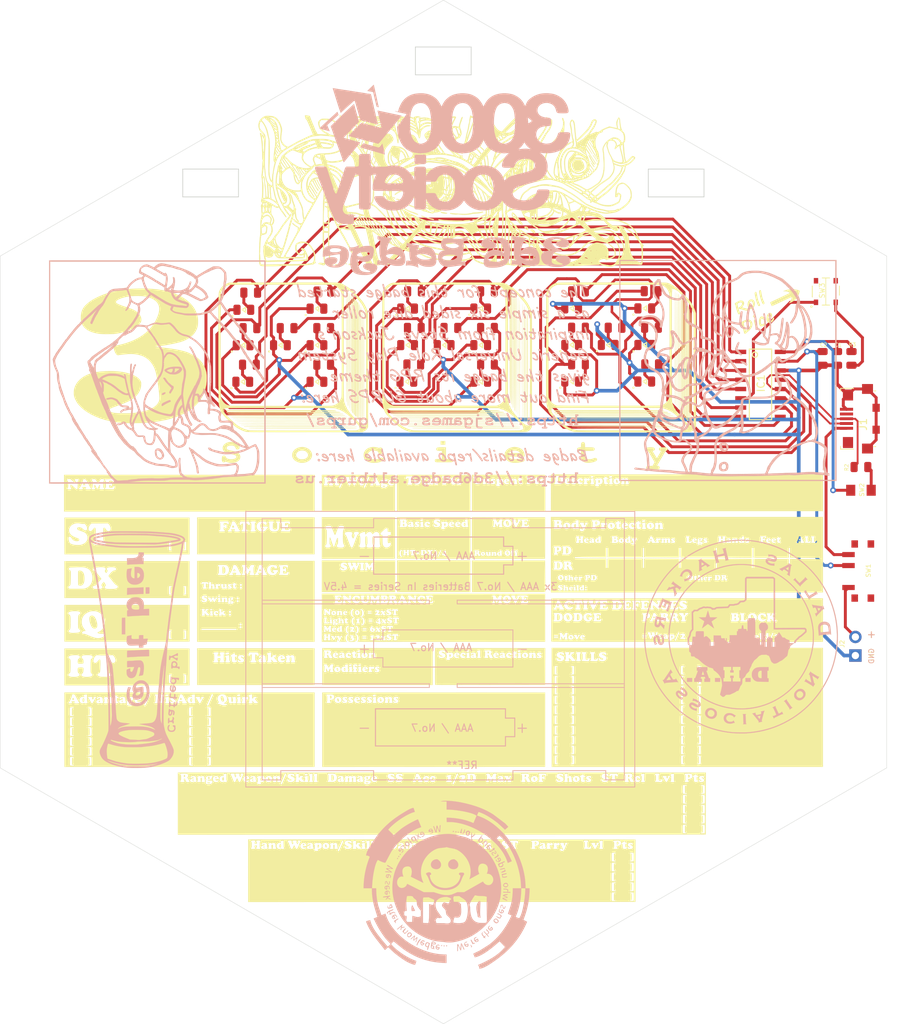
<source format=kicad_pcb>
(kicad_pcb (version 20171130) (host pcbnew "(5.1.9)-1")
  (title_block (title "3d6 Badge") (date 2021-03-09) (rev 2) (company "Created by @alt_bier a.k.a. Richard Gowen"))
  (layers (0 F.Cu signal) (31 B.Cu signal) (34 B.Paste user) (35 F.Paste user) (36 B.SilkS user) (37 F.SilkS user) (38 B.Mask user) (39 F.Mask user) (44 Edge.Cuts user))
  (net 0 "")
  (net 1 V33)
  (net 2 GND)
  (net 3 VCC)
  (net 4 "Net-(D11-Pad2)")
  (net 5 "Net-(D12-Pad2)")
  (net 6 "Net-(D13-Pad2)")
  (net 7 "Net-(D14-Pad2)")
  (net 8 "Net-(D15-Pad2)")
  (net 9 "Net-(D16-Pad2)")
  (net 10 "Net-(D17-Pad2)")
  (net 11 "Net-(D21-Pad2)")
  (net 12 "Net-(D22-Pad2)")
  (net 13 "Net-(D23-Pad2)")
  (net 14 "Net-(D24-Pad2)")
  (net 15 "Net-(D25-Pad2)")
  (net 16 "Net-(D26-Pad2)")
  (net 17 "Net-(D27-Pad2)")
  (net 18 "Net-(D31-Pad2)")
  (net 19 "Net-(D32-Pad2)")
  (net 20 "Net-(D33-Pad2)")
  (net 21 "Net-(D34-Pad2)")
  (net 22 "Net-(D35-Pad2)")
  (net 23 "Net-(D36-Pad2)")
  (net 24 "Net-(D37-Pad2)")
  (net 25 D-)
  (net 26 D+)
  (net 27 P3.4)
  (net 28 P3.3)
  (net 29 P1.1)
  (net 30 P3.0)
  (net 31 P3.1)
  (net 32 RST)
  (net 33 P1.7)
  (net 34 P1.6)
  (net 35 P1.5)
  (net 36 P1.4)
  (net 37 P3.2)
  (net 38 USB-PWR)
  (net 39 "Net-(J1-Pad4)")
  (net 40 BAT-PWR)
  (net 41 "Net-(R2-Pad2)")
  (net 42 "Net-(R3-Pad1)")
  (net 43 "Net-(SW3-Pad2)")
  (net 44 "Net-(SW3-Pad4)")
  (module 0_local:3d6_front_silk_925 (layer F.Cu) (at 147.3724 103.151)
    (fp_text reference 3d6 hide)
    (fp_text value LOGO hide)
  )
  (module 0_local:Elliott_front_silk_675 (layer F.Cu) (at 148.2344 49.1236)
    (fp_text reference Elliott1 hide)
    (fp_text value LOGO hide)
  )
  (module 0_local:Margaret_2a_back_silk_825 (layer F.Cu) (at 186.1974 73.533)
    (fp_text reference G*** hide)
    (fp_text value LOGO hide)
  )
  (module 0_local:Margaret_1a_back_silk_850 (layer F.Cu) (at 108.553 73.8886)
    (fp_text reference G*** hide)
    (fp_text value LOGO hide)
  )
  (module 0_local:3d6_text_back_silk_1500 (layer F.Cu) (at 148.5138 71.4502)
    (fp_text reference G*** hide)
    (fp_text value LOGO hide)
  )
  (module 0_org_logos:DHA_Logo_Back_1500dpi (layer F.Cu) (at 187.96 110.3376)
    (fp_text reference G*** hide)
    (fp_text value DHA_Logo_Back_1500dpi hide)
  )
  (module 0_org_logos:DC214_Logo_Back_4000dpi (layer F.Cu) (at 147.5994 144.3736)
    (fp_text reference G*** hide)
    (fp_text value DC214_Logo_Back_4000dpi hide)
  )
  (module 0_org_logos:3000_Society_Logo_Back_1400dpi (layer F.Cu) (at 147.066 43.8404)
    (fp_text reference G*** hide)
    (fp_text value 3000_Society_Logo_Back_1400dpi hide)
  )
  (module 0_alt_bier:logo-alt_bier-700dpi-13x32mm-back (layer F.Cu) (at 105.1306 111.8362)
    (fp_text reference G*** hide)
    (fp_text value LOGO hide)
  )
  (module 0_local:BatteryHolder_3xAAA (layer F.Cu) (at 122.9614 98.7806)
    (fp_text reference REF** (at 26.95 28.725) (layer B.SilkS) (effects (justify mirror)))
    (fp_text value BatteryHolder_3xAAA)
    (fp_text user "3x AAA / No.7 Batteries In Series = 4.5V" (at 24.025 4.3 -180) (layer B.SilkS) (effects (justify mirror)))
    (fp_text user "AAA / No.7" (at 24.25 23.65 -180) (layer B.SilkS) (effects (justify mirror)))
    (fp_text user "AAA / No.7" (at 24.075 12.625 -180) (layer B.SilkS) (effects (justify mirror)))
    (fp_text user "AAA / No.7" (at 24.45 0.1 -180) (layer B.SilkS) (effects (justify mirror)))
    (fp_text user - (at 13.585 0.075 -180) (layer B.SilkS) (effects (font (size 1.5 1.5)) (justify mirror)))
    (fp_text user - (at 13.585 23.57 -180) (layer B.SilkS) (effects (font (size 1.5 1.5)) (justify mirror)))
    (fp_text user - (at 35.175 12.775 -180) (layer B.SilkS) (effects (font (size 1.5 1.5)) (justify mirror)))
    (fp_text user + (at 35.175 23.57 -180) (layer B.SilkS) (effects (font (size 1.5 1.5)) (justify mirror)))
    (fp_text user + (at 13.585 12.775 -180) (layer B.SilkS) (effects (font (size 1.5 1.5)) (justify mirror)))
    (fp_text user + (at 35.175 0.075 -180) (layer B.SilkS) (effects (font (size 1.5 1.5)) (justify mirror)))
  )
  (module 0_local:SW_TS2306A240GFMSM9_C388290_low-silk (layer F.Cu) (at 204.47 89.916)
    (fp_text reference SW2 (at 0.125 -0.05 90 unlocked) (layer F.SilkS) (effects (font (size 0.6 0.6) (thickness 0.1))))
    (fp_text value TS2306A)
    (pad 2 smd rect (at 1.4 0) (size 1.25 1.5) (layers F.Cu F.Paste F.Mask) (net 41 "Net-(R2-Pad2)"))
    (pad 1 smd rect (at -1.4 0) (size 1.25 1.5) (layers F.Cu F.Paste F.Mask) (net 1 V33))
  )
  (module 0_local:Conn_Pin_Header_Straight_1x02_Pitch2.54mm_low-silk (layer F.Cu) (at 203.708 112.522 180)
    (fp_text reference J2 (at 1.808 1.022 90 unlocked) (layer F.SilkS) (effects (font (size 0.6 0.6) (thickness 0.1)) (justify left)))
    (fp_text value Conn_01x02)
    (fp_text user GND (at -2.192 -0.078 270) (layer F.SilkS) (effects (font (size 0.7 0.7) (thickness 0.1))))
    (fp_text user + (at -2.192 2.922 180) (layer F.SilkS))
    (fp_text user GND (at -2.192 -0.078 270) (layer B.SilkS) (effects (font (size 0.7 0.7) (thickness 0.1)) (justify mirror)))
    (fp_text user + (at -2.192 2.922 180) (layer B.SilkS) (effects (justify mirror)))
    (pad 1 thru_hole rect (at 0 0 180) (size 1.7 1.7) (drill 1) (layers *.Cu *.Mask) (net 2 GND))
    (pad 2 thru_hole oval (at 0 2.54 180) (size 1.7 1.7) (drill 1) (layers *.Cu *.Mask) (net 40 BAT-PWR))
  )
  (module 0_local:C_0805_2012Metric_low-silk (layer F.Cu) (at 201.1934 71.882 90)
    (fp_text reference C1 (at 1.85 0.15 180) (layer F.SilkS) (effects (font (size 0.5 0.5) (thickness 0.08))))
    (fp_text value 0.1uF/100nF)
    (pad 2 smd roundrect (at 0.9375 0 90) (size 0.975 1.4) (layers F.Cu F.Paste F.Mask) (net 1 V33))
    (pad 1 smd roundrect (at -0.9375 0 90) (size 0.975 1.4) (layers F.Cu F.Paste F.Mask) (net 2 GND))
  )
  (module 0_local:C_0805_2012Metric_low-silk (layer F.Cu) (at 199.2122 71.882 90)
    (fp_text reference C2 (at 1.85 0.15 180) (layer F.SilkS) (effects (font (size 0.5 0.5) (thickness 0.08))))
    (fp_text value 0.1uF/100nF)
    (pad 2 smd roundrect (at 0.9375 0 90) (size 0.975 1.4) (layers F.Cu F.Paste F.Mask) (net 3 VCC))
    (pad 1 smd roundrect (at -0.9375 0 90) (size 0.975 1.4) (layers F.Cu F.Paste F.Mask) (net 2 GND))
  )
  (module 0_local:R_0805_2012Metric_low-silk (layer F.Cu) (at 204.47 86.741)
    (fp_text reference R2 (at -1.97 0.059 90) (layer F.SilkS) (effects (font (size 0.5 0.5) (thickness 0.08))))
    (fp_text value "10k Ohms")
    (pad 2 smd roundrect (at 0.9375 0) (size 0.975 1.4) (layers F.Cu F.Paste F.Mask) (net 41 "Net-(R2-Pad2)"))
    (pad 1 smd roundrect (at -0.9375 0) (size 0.975 1.4) (layers F.Cu F.Paste F.Mask) (net 26 D+))
  )
  (module 0_local:R_0805_2012Metric_low-silk (layer F.Cu) (at 203.1746 71.882 90)
    (fp_text reference R3 (at 1.882 0.12 180) (layer F.SilkS) (effects (font (size 0.5 0.5) (thickness 0.08))))
    (fp_text value "10k Ohms")
    (pad 2 smd roundrect (at 0.9375 0 90) (size 0.975 1.4) (layers F.Cu F.Paste F.Mask) (net 1 V33))
    (pad 1 smd roundrect (at -0.9375 0 90) (size 0.975 1.4) (layers F.Cu F.Paste F.Mask) (net 42 "Net-(R3-Pad1)"))
  )
  (module 0_local:R_0805_2012Metric_low-silk (layer F.Cu) (at 121.0056 62.8904)
    (fp_text reference R11)
    (fp_text value "200 Ohms")
    (pad 2 smd roundrect (at 0.9375 0) (size 0.975 1.4) (layers F.Cu F.Paste F.Mask) (net 37 P3.2))
    (pad 1 smd roundrect (at -0.9375 0) (size 0.975 1.4) (layers F.Cu F.Paste F.Mask) (net 4 "Net-(D11-Pad2)"))
  )
  (module 0_local:R_0805_2012Metric_low-silk (layer F.Cu) (at 130.9878 72.7456)
    (fp_text reference R12)
    (fp_text value "200 Ohms")
    (pad 2 smd roundrect (at 0.9375 0) (size 0.975 1.4) (layers F.Cu F.Paste F.Mask) (net 37 P3.2))
    (pad 1 smd roundrect (at -0.9375 0) (size 0.975 1.4) (layers F.Cu F.Paste F.Mask) (net 5 "Net-(D12-Pad2)"))
  )
  (module 0_local:R_0805_2012Metric_low-silk (layer F.Cu) (at 120.904 67.7418)
    (fp_text reference R13)
    (fp_text value "200 Ohms")
    (pad 2 smd roundrect (at 0.9375 0) (size 0.975 1.4) (layers F.Cu F.Paste F.Mask) (net 36 P1.4))
    (pad 1 smd roundrect (at -0.9375 0) (size 0.975 1.4) (layers F.Cu F.Paste F.Mask) (net 6 "Net-(D13-Pad2)"))
  )
  (module 0_local:R_0805_2012Metric_low-silk (layer F.Cu) (at 130.9878 67.7418)
    (fp_text reference R14)
    (fp_text value "200 Ohms")
    (pad 2 smd roundrect (at 0.9375 0) (size 0.975 1.4) (layers F.Cu F.Paste F.Mask) (net 36 P1.4))
    (pad 1 smd roundrect (at -0.9375 0) (size 0.975 1.4) (layers F.Cu F.Paste F.Mask) (net 7 "Net-(D14-Pad2)"))
  )
  (module 0_local:R_0805_2012Metric_low-silk (layer F.Cu) (at 120.8278 72.7456)
    (fp_text reference R15)
    (fp_text value "200 Ohms")
    (pad 2 smd roundrect (at 0.9375 0) (size 0.975 1.4) (layers F.Cu F.Paste F.Mask) (net 35 P1.5))
    (pad 1 smd roundrect (at -0.9375 0) (size 0.975 1.4) (layers F.Cu F.Paste F.Mask) (net 8 "Net-(D15-Pad2)"))
  )
  (module 0_local:R_0805_2012Metric_low-silk (layer F.Cu) (at 131.0132 62.738)
    (fp_text reference R16)
    (fp_text value "200 Ohms")
    (pad 2 smd roundrect (at 0.9375 0) (size 0.975 1.4) (layers F.Cu F.Paste F.Mask) (net 35 P1.5))
    (pad 1 smd roundrect (at -0.9375 0) (size 0.975 1.4) (layers F.Cu F.Paste F.Mask) (net 9 "Net-(D16-Pad2)"))
  )
  (module 0_local:R_0805_2012Metric_low-silk (layer F.Cu) (at 125.984 67.7418)
    (fp_text reference R17)
    (fp_text value "200 Ohms")
    (pad 2 smd roundrect (at 0.9375 0) (size 0.975 1.4) (layers F.Cu F.Paste F.Mask) (net 34 P1.6))
    (pad 1 smd roundrect (at -0.9375 0) (size 0.975 1.4) (layers F.Cu F.Paste F.Mask) (net 10 "Net-(D17-Pad2)"))
  )
  (module 0_local:R_0805_2012Metric_low-silk (layer F.Cu) (at 143.4084 62.7126)
    (fp_text reference R21)
    (fp_text value "200 Ohms")
    (pad 2 smd roundrect (at 0.9375 0) (size 0.975 1.4) (layers F.Cu F.Paste F.Mask) (net 33 P1.7))
    (pad 1 smd roundrect (at -0.9375 0) (size 0.975 1.4) (layers F.Cu F.Paste F.Mask) (net 11 "Net-(D21-Pad2)"))
  )
  (module 0_local:R_0805_2012Metric_low-silk (layer F.Cu) (at 153.3906 72.7202)
    (fp_text reference R22)
    (fp_text value "200 Ohms")
    (pad 2 smd roundrect (at 0.9375 0) (size 0.975 1.4) (layers F.Cu F.Paste F.Mask) (net 33 P1.7))
    (pad 1 smd roundrect (at -0.9375 0) (size 0.975 1.4) (layers F.Cu F.Paste F.Mask) (net 12 "Net-(D22-Pad2)"))
  )
  (module 0_local:R_0805_2012Metric_low-silk (layer F.Cu) (at 143.383 67.7164)
    (fp_text reference R23)
    (fp_text value "200 Ohms")
    (pad 2 smd roundrect (at 0.9375 0) (size 0.975 1.4) (layers F.Cu F.Paste F.Mask) (net 31 P3.1))
    (pad 1 smd roundrect (at -0.9375 0) (size 0.975 1.4) (layers F.Cu F.Paste F.Mask) (net 13 "Net-(D23-Pad2)"))
  )
  (module 0_local:R_0805_2012Metric_low-silk (layer F.Cu) (at 153.3906 67.7164)
    (fp_text reference R24)
    (fp_text value "200 Ohms")
    (pad 2 smd roundrect (at 0.9375 0) (size 0.975 1.4) (layers F.Cu F.Paste F.Mask) (net 31 P3.1))
    (pad 1 smd roundrect (at -0.9375 0) (size 0.975 1.4) (layers F.Cu F.Paste F.Mask) (net 14 "Net-(D24-Pad2)"))
  )
  (module 0_local:R_0805_2012Metric_low-silk (layer F.Cu) (at 143.3068 72.7202)
    (fp_text reference R25)
    (fp_text value "200 Ohms")
    (pad 2 smd roundrect (at 0.9375 0) (size 0.975 1.4) (layers F.Cu F.Paste F.Mask) (net 30 P3.0))
    (pad 1 smd roundrect (at -0.9375 0) (size 0.975 1.4) (layers F.Cu F.Paste F.Mask) (net 15 "Net-(D25-Pad2)"))
  )
  (module 0_local:R_0805_2012Metric_low-silk (layer F.Cu) (at 153.3906 62.7126)
    (fp_text reference R26)
    (fp_text value "200 Ohms")
    (pad 2 smd roundrect (at 0.9375 0) (size 0.975 1.4) (layers F.Cu F.Paste F.Mask) (net 30 P3.0))
    (pad 1 smd roundrect (at -0.9375 0) (size 0.975 1.4) (layers F.Cu F.Paste F.Mask) (net 16 "Net-(D26-Pad2)"))
  )
  (module 0_local:R_0805_2012Metric_low-silk (layer F.Cu) (at 148.3868 67.7164)
    (fp_text reference R27)
    (fp_text value "200 Ohms")
    (pad 2 smd roundrect (at 0.9375 0) (size 0.975 1.4) (layers F.Cu F.Paste F.Mask) (net 29 P1.1))
    (pad 1 smd roundrect (at -0.9375 0) (size 0.975 1.4) (layers F.Cu F.Paste F.Mask) (net 17 "Net-(D27-Pad2)"))
  )
  (module 0_local:R_0805_2012Metric_low-silk (layer F.Cu) (at 165.8366 62.7126)
    (fp_text reference R31)
    (fp_text value "200 Ohms")
    (pad 2 smd roundrect (at 0.9375 0) (size 0.975 1.4) (layers F.Cu F.Paste F.Mask) (net 28 P3.3))
    (pad 1 smd roundrect (at -0.9375 0) (size 0.975 1.4) (layers F.Cu F.Paste F.Mask) (net 18 "Net-(D31-Pad2)"))
  )
  (module 0_local:R_0805_2012Metric_low-silk (layer F.Cu) (at 175.8442 72.6948)
    (fp_text reference R32)
    (fp_text value "200 Ohms")
    (pad 2 smd roundrect (at 0.9375 0) (size 0.975 1.4) (layers F.Cu F.Paste F.Mask) (net 28 P3.3))
    (pad 1 smd roundrect (at -0.9375 0) (size 0.975 1.4) (layers F.Cu F.Paste F.Mask) (net 19 "Net-(D32-Pad2)"))
  )
  (module 0_local:R_0805_2012Metric_low-silk (layer F.Cu) (at 165.8366 67.691)
    (fp_text reference R33)
    (fp_text value "200 Ohms")
    (pad 2 smd roundrect (at 0.9375 0) (size 0.975 1.4) (layers F.Cu F.Paste F.Mask) (net 27 P3.4))
    (pad 1 smd roundrect (at -0.9375 0) (size 0.975 1.4) (layers F.Cu F.Paste F.Mask) (net 20 "Net-(D33-Pad2)"))
  )
  (module 0_local:R_0805_2012Metric_low-silk (layer F.Cu) (at 175.8188 67.691)
    (fp_text reference R34)
    (fp_text value "200 Ohms")
    (pad 2 smd roundrect (at 0.9375 0) (size 0.975 1.4) (layers F.Cu F.Paste F.Mask) (net 27 P3.4))
    (pad 1 smd roundrect (at -0.9375 0) (size 0.975 1.4) (layers F.Cu F.Paste F.Mask) (net 21 "Net-(D34-Pad2)"))
  )
  (module 0_local:R_0805_2012Metric_low-silk (layer F.Cu) (at 165.8366 72.6948 180)
    (fp_text reference R35)
    (fp_text value "200 Ohms")
    (pad 2 smd roundrect (at 0.9375 0 180) (size 0.975 1.4) (layers F.Cu F.Paste F.Mask) (net 26 D+))
    (pad 1 smd roundrect (at -0.9375 0 180) (size 0.975 1.4) (layers F.Cu F.Paste F.Mask) (net 22 "Net-(D35-Pad2)"))
  )
  (module 0_local:R_0805_2012Metric_low-silk (layer F.Cu) (at 175.768 62.6872 180)
    (fp_text reference R36)
    (fp_text value "200 Ohms")
    (pad 2 smd roundrect (at 0.9375 0 180) (size 0.975 1.4) (layers F.Cu F.Paste F.Mask) (net 26 D+))
    (pad 1 smd roundrect (at -0.9375 0 180) (size 0.975 1.4) (layers F.Cu F.Paste F.Mask) (net 23 "Net-(D36-Pad2)"))
  )
  (module 0_local:R_0805_2012Metric_low-silk (layer F.Cu) (at 170.8404 67.691)
    (fp_text reference R37)
    (fp_text value "200 Ohms")
    (pad 2 smd roundrect (at 0.9375 0) (size 0.975 1.4) (layers F.Cu F.Paste F.Mask) (net 25 D-))
    (pad 1 smd roundrect (at -0.9375 0) (size 0.975 1.4) (layers F.Cu F.Paste F.Mask) (net 24 "Net-(D37-Pad2)"))
  )
  (module 0_local:LED_0805_2012Metric_low-silk (layer F.Cu) (at 164.901 65.0432)
    (fp_text reference D31)
    (fp_text value Blue)
    (pad 2 smd roundrect (at 0.9375 0) (size 0.975 1.4) (layers F.Cu F.Paste F.Mask) (net 18 "Net-(D31-Pad2)"))
    (pad 1 smd roundrect (at -0.9375 0) (size 0.975 1.4) (layers F.Cu F.Paste F.Mask) (net 2 GND))
  )
  (module 0_local:LED_0805_2012Metric_low-silk (layer F.Cu) (at 174.901 75.0432)
    (fp_text reference D32)
    (fp_text value Blue)
    (pad 2 smd roundrect (at 0.9375 0) (size 0.975 1.4) (layers F.Cu F.Paste F.Mask) (net 19 "Net-(D32-Pad2)"))
    (pad 1 smd roundrect (at -0.9375 0) (size 0.975 1.4) (layers F.Cu F.Paste F.Mask) (net 2 GND))
  )
  (module 0_local:LED_0805_2012Metric_low-silk (layer F.Cu) (at 164.901 70.0432)
    (fp_text reference D33)
    (fp_text value Blue)
    (pad 2 smd roundrect (at 0.9375 0) (size 0.975 1.4) (layers F.Cu F.Paste F.Mask) (net 20 "Net-(D33-Pad2)"))
    (pad 1 smd roundrect (at -0.9375 0) (size 0.975 1.4) (layers F.Cu F.Paste F.Mask) (net 2 GND))
  )
  (module 0_local:LED_0805_2012Metric_low-silk (layer F.Cu) (at 174.901 70.0432)
    (fp_text reference D34)
    (fp_text value Blue)
    (pad 2 smd roundrect (at 0.9375 0) (size 0.975 1.4) (layers F.Cu F.Paste F.Mask) (net 21 "Net-(D34-Pad2)"))
    (pad 1 smd roundrect (at -0.9375 0) (size 0.975 1.4) (layers F.Cu F.Paste F.Mask) (net 2 GND))
  )
  (module 0_local:LED_0805_2012Metric_low-silk (layer F.Cu) (at 164.901 75.0432)
    (fp_text reference D35)
    (fp_text value Blue)
    (pad 2 smd roundrect (at 0.9375 0) (size 0.975 1.4) (layers F.Cu F.Paste F.Mask) (net 22 "Net-(D35-Pad2)"))
    (pad 1 smd roundrect (at -0.9375 0) (size 0.975 1.4) (layers F.Cu F.Paste F.Mask) (net 2 GND))
  )
  (module 0_local:LED_0805_2012Metric_low-silk (layer F.Cu) (at 174.901 65.0432)
    (fp_text reference D36)
    (fp_text value Blue)
    (pad 2 smd roundrect (at 0.9375 0) (size 0.975 1.4) (layers F.Cu F.Paste F.Mask) (net 23 "Net-(D36-Pad2)"))
    (pad 1 smd roundrect (at -0.9375 0) (size 0.975 1.4) (layers F.Cu F.Paste F.Mask) (net 2 GND))
  )
  (module 0_local:LED_0805_2012Metric_low-silk (layer F.Cu) (at 169.901 70.0432)
    (fp_text reference D37)
    (fp_text value Blue)
    (pad 2 smd roundrect (at 0.9375 0) (size 0.975 1.4) (layers F.Cu F.Paste F.Mask) (net 24 "Net-(D37-Pad2)"))
    (pad 1 smd roundrect (at -0.9375 0) (size 0.975 1.4) (layers F.Cu F.Paste F.Mask) (net 2 GND))
  )
  (module 0_local:LED_0805_2012Metric_low-silk (layer F.Cu) (at 142.46335 65.066356)
    (fp_text reference D21)
    (fp_text value Blue)
    (pad 2 smd roundrect (at 0.9375 0) (size 0.975 1.4) (layers F.Cu F.Paste F.Mask) (net 11 "Net-(D21-Pad2)"))
    (pad 1 smd roundrect (at -0.9375 0) (size 0.975 1.4) (layers F.Cu F.Paste F.Mask) (net 2 GND))
  )
  (module 0_local:LED_0805_2012Metric_low-silk (layer F.Cu) (at 152.46335 75.066356)
    (fp_text reference D22)
    (fp_text value Blue)
    (pad 2 smd roundrect (at 0.9375 0) (size 0.975 1.4) (layers F.Cu F.Paste F.Mask) (net 12 "Net-(D22-Pad2)"))
    (pad 1 smd roundrect (at -0.9375 0) (size 0.975 1.4) (layers F.Cu F.Paste F.Mask) (net 2 GND))
  )
  (module 0_local:LED_0805_2012Metric_low-silk (layer F.Cu) (at 142.46335 70.066356)
    (fp_text reference D23)
    (fp_text value Blue)
    (pad 2 smd roundrect (at 0.9375 0) (size 0.975 1.4) (layers F.Cu F.Paste F.Mask) (net 13 "Net-(D23-Pad2)"))
    (pad 1 smd roundrect (at -0.9375 0) (size 0.975 1.4) (layers F.Cu F.Paste F.Mask) (net 2 GND))
  )
  (module 0_local:LED_0805_2012Metric_low-silk (layer F.Cu) (at 152.46335 70.066356)
    (fp_text reference D24)
    (fp_text value Blue)
    (pad 2 smd roundrect (at 0.9375 0) (size 0.975 1.4) (layers F.Cu F.Paste F.Mask) (net 14 "Net-(D24-Pad2)"))
    (pad 1 smd roundrect (at -0.9375 0) (size 0.975 1.4) (layers F.Cu F.Paste F.Mask) (net 2 GND))
  )
  (module 0_local:LED_0805_2012Metric_low-silk (layer F.Cu) (at 142.36335 75.066356)
    (fp_text reference D25)
    (fp_text value Blue)
    (pad 2 smd roundrect (at 0.9375 0) (size 0.975 1.4) (layers F.Cu F.Paste F.Mask) (net 15 "Net-(D25-Pad2)"))
    (pad 1 smd roundrect (at -0.9375 0) (size 0.975 1.4) (layers F.Cu F.Paste F.Mask) (net 2 GND))
  )
  (module 0_local:LED_0805_2012Metric_low-silk (layer F.Cu) (at 152.46335 65.066356)
    (fp_text reference D26)
    (fp_text value Blue)
    (pad 2 smd roundrect (at 0.9375 0) (size 0.975 1.4) (layers F.Cu F.Paste F.Mask) (net 16 "Net-(D26-Pad2)"))
    (pad 1 smd roundrect (at -0.9375 0) (size 0.975 1.4) (layers F.Cu F.Paste F.Mask) (net 2 GND))
  )
  (module 0_local:LED_0805_2012Metric_low-silk (layer F.Cu) (at 147.46335 70.066356)
    (fp_text reference D27)
    (fp_text value Blue)
    (pad 2 smd roundrect (at 0.9375 0) (size 0.975 1.4) (layers F.Cu F.Paste F.Mask) (net 17 "Net-(D27-Pad2)"))
    (pad 1 smd roundrect (at -0.9375 0) (size 0.975 1.4) (layers F.Cu F.Paste F.Mask) (net 2 GND))
  )
  (module 0_local:LED_0805_2012Metric_low-silk (layer F.Cu) (at 120.0673 65.2313)
    (fp_text reference D11)
    (fp_text value Blue)
    (pad 2 smd roundrect (at 0.9375 0) (size 0.975 1.4) (layers F.Cu F.Paste F.Mask) (net 4 "Net-(D11-Pad2)"))
    (pad 1 smd roundrect (at -0.9375 0) (size 0.975 1.4) (layers F.Cu F.Paste F.Mask) (net 2 GND))
  )
  (module 0_local:LED_0805_2012Metric_low-silk (layer F.Cu) (at 130.0673 75.0813)
    (fp_text reference D12)
    (fp_text value Blue)
    (pad 2 smd roundrect (at 0.9375 0) (size 0.975 1.4) (layers F.Cu F.Paste F.Mask) (net 5 "Net-(D12-Pad2)"))
    (pad 1 smd roundrect (at -0.9375 0) (size 0.975 1.4) (layers F.Cu F.Paste F.Mask) (net 2 GND))
  )
  (module 0_local:LED_0805_2012Metric_low-silk (layer F.Cu) (at 119.9673 70.0813)
    (fp_text reference D13)
    (fp_text value Blue)
    (pad 2 smd roundrect (at 0.9375 0) (size 0.975 1.4) (layers F.Cu F.Paste F.Mask) (net 6 "Net-(D13-Pad2)"))
    (pad 1 smd roundrect (at -0.9375 0) (size 0.975 1.4) (layers F.Cu F.Paste F.Mask) (net 2 GND))
  )
  (module 0_local:LED_0805_2012Metric_low-silk (layer F.Cu) (at 130.0673 70.0813)
    (fp_text reference D14)
    (fp_text value Blue)
    (pad 2 smd roundrect (at 0.9375 0) (size 0.975 1.4) (layers F.Cu F.Paste F.Mask) (net 7 "Net-(D14-Pad2)"))
    (pad 1 smd roundrect (at -0.9375 0) (size 0.975 1.4) (layers F.Cu F.Paste F.Mask) (net 2 GND))
  )
  (module 0_local:LED_0805_2012Metric_low-silk (layer F.Cu) (at 119.9173 75.0813)
    (fp_text reference D15)
    (fp_text value Blue)
    (pad 2 smd roundrect (at 0.9375 0) (size 0.975 1.4) (layers F.Cu F.Paste F.Mask) (net 8 "Net-(D15-Pad2)"))
    (pad 1 smd roundrect (at -0.9375 0) (size 0.975 1.4) (layers F.Cu F.Paste F.Mask) (net 2 GND))
  )
  (module 0_local:LED_0805_2012Metric_low-silk (layer F.Cu) (at 130.0673 65.0813)
    (fp_text reference D16)
    (fp_text value Blue)
    (pad 2 smd roundrect (at 0.9375 0) (size 0.975 1.4) (layers F.Cu F.Paste F.Mask) (net 9 "Net-(D16-Pad2)"))
    (pad 1 smd roundrect (at -0.9375 0) (size 0.975 1.4) (layers F.Cu F.Paste F.Mask) (net 2 GND))
  )
  (module 0_local:LED_0805_2012Metric_low-silk (layer F.Cu) (at 125.0673 70.0813)
    (fp_text reference D17)
    (fp_text value Blue)
    (pad 2 smd roundrect (at 0.9375 0) (size 0.975 1.4) (layers F.Cu F.Paste F.Mask) (net 10 "Net-(D17-Pad2)"))
    (pad 1 smd roundrect (at -0.9375 0) (size 0.975 1.4) (layers F.Cu F.Paste F.Mask) (net 2 GND))
  )
  (module 0_local:SW_SPDT_PCM12_C136659_low-silk (layer F.Cu) (at 204.597 100.965 90)
    (fp_text reference SW1 (at -0.925 0.89 90 unlocked) (layer F.SilkS) (effects (font (size 0.6 0.6) (thickness 0.1)) (justify left)))
    (fp_text value SPDT_C136659)
    (pad "" np_thru_hole circle (at -1.5 0.03 90) (size 0.9 0.9) (drill 0.9) (layers *.Cu *.Mask))
    (pad "" np_thru_hole circle (at 1.5 0.03 90) (size 0.9 0.9) (drill 0.9) (layers *.Cu *.Mask))
    (pad 1 smd rect (at -2.25 -1.83 90) (size 0.7 1.7) (layers F.Cu F.Paste F.Mask) (net 40 BAT-PWR))
    (pad 2 smd rect (at 0.75 -1.83 90) (size 0.7 1.7) (layers F.Cu F.Paste F.Mask) (net 3 VCC))
    (pad 3 smd rect (at 2.25 -1.83 90) (size 0.7 1.7) (layers F.Cu F.Paste F.Mask) (net 38 USB-PWR))
    (pad "" smd rect (at -3.7 1.23 90) (size 1 0.9) (layers F.Cu F.Paste F.Mask))
    (pad "" smd rect (at 3.7 1.23 90) (size 1 0.9) (layers F.Cu F.Paste F.Mask))
    (pad "" smd rect (at 3.7 -0.98 90) (size 1 0.9) (layers F.Cu F.Paste F.Mask))
    (pad "" smd rect (at -3.7 -0.98 90) (size 1 0.9) (layers F.Cu F.Paste F.Mask))
  )
  (module 0_local:IC_SOIC-16_3.9x9.9mm_Pitch1.27mm (layer F.Cu) (at 190.7286 75.438)
    (fp_text reference IC1 (at 0.0714 1.162 90 unlocked) (layer F.SilkS) (effects (justify left)))
    (fp_text value IC_CH552G)
    (pad 16 smd rect (at 2.7 -4.445) (size 1.5 0.6) (layers F.Cu F.Paste F.Mask) (net 1 V33))
    (pad 15 smd rect (at 2.7 -3.175) (size 1.5 0.6) (layers F.Cu F.Paste F.Mask) (net 3 VCC))
    (pad 14 smd rect (at 2.7 -1.905) (size 1.5 0.6) (layers F.Cu F.Paste F.Mask) (net 2 GND))
    (pad 13 smd rect (at 2.7 -0.635) (size 1.5 0.6) (layers F.Cu F.Paste F.Mask) (net 25 D-))
    (pad 12 smd rect (at 2.7 0.635) (size 1.5 0.6) (layers F.Cu F.Paste F.Mask) (net 26 D+))
    (pad 11 smd rect (at 2.7 1.905) (size 1.5 0.6) (layers F.Cu F.Paste F.Mask) (net 27 P3.4))
    (pad 10 smd rect (at 2.7 3.175) (size 1.5 0.6) (layers F.Cu F.Paste F.Mask) (net 28 P3.3))
    (pad 9 smd rect (at 2.7 4.445) (size 1.5 0.6) (layers F.Cu F.Paste F.Mask) (net 29 P1.1))
    (pad 8 smd rect (at -2.7 4.445) (size 1.5 0.6) (layers F.Cu F.Paste F.Mask) (net 30 P3.0))
    (pad 7 smd rect (at -2.7 3.175) (size 1.5 0.6) (layers F.Cu F.Paste F.Mask) (net 31 P3.1))
    (pad 6 smd rect (at -2.7 1.905) (size 1.5 0.6) (layers F.Cu F.Paste F.Mask) (net 32 RST))
    (pad 5 smd rect (at -2.7 0.635) (size 1.5 0.6) (layers F.Cu F.Paste F.Mask) (net 33 P1.7))
    (pad 4 smd rect (at -2.7 -0.635) (size 1.5 0.6) (layers F.Cu F.Paste F.Mask) (net 34 P1.6))
    (pad 3 smd rect (at -2.7 -1.905) (size 1.5 0.6) (layers F.Cu F.Paste F.Mask) (net 35 P1.5))
    (pad 2 smd rect (at -2.7 -3.175) (size 1.5 0.6) (layers F.Cu F.Paste F.Mask) (net 36 P1.4))
    (pad 1 smd rect (at -2.7 -4.445) (size 1.5 0.6) (layers F.Cu F.Paste F.Mask) (net 37 P3.2))
  )
  (module 0_local:USB_Micro-B_Jing (layer F.Cu) (at 204.597 80.137 90)
    (fp_text reference J1 (at -1.725 0.175 90 unlocked) (layer F.SilkS) (effects (justify left)))
    (fp_text value USB_B_Micro)
    (pad 6 smd rect (at 1.5 1.95 90) (size 1.1 1) (layers F.Cu F.Paste F.Mask) (net 2 GND))
    (pad 6 smd rect (at -1.5 1.95 90) (size 1.1 1) (layers F.Cu F.Paste F.Mask) (net 2 GND))
    (pad 6 smd rect (at 4.075 0.77 90) (size 1.35 1.5) (layers F.Cu F.Paste F.Mask) (net 2 GND))
    (pad 6 smd rect (at -4.075 0.77 90) (size 1.35 1.5) (layers F.Cu F.Paste F.Mask) (net 2 GND))
    (pad "" np_thru_hole circle (at 2 -1.45 90) (size 0.5 0.5) (drill 0.5) (layers *.Cu *.Mask))
    (pad "" np_thru_hole circle (at -2 -1.45 90) (size 0.5 0.5) (drill 0.5) (layers *.Cu *.Mask))
    (pad 5 smd rect (at 1.3 -2.1 90) (size 0.4 1.8) (layers F.Cu F.Paste F.Mask) (net 2 GND))
    (pad 1 smd rect (at -1.3 -2.1 90) (size 0.4 1.8) (layers F.Cu F.Paste F.Mask) (net 38 USB-PWR))
    (pad 4 smd rect (at 0.65 -2.1 90) (size 0.4 1.8) (layers F.Cu F.Paste F.Mask) (net 39 "Net-(J1-Pad4)"))
    (pad 2 smd rect (at -0.65 -2.1 90) (size 0.4 1.8) (layers F.Cu F.Paste F.Mask) (net 25 D-))
    (pad 3 smd rect (at 0 -2.1 90) (size 0.4 1.8) (layers F.Cu F.Paste F.Mask) (net 26 D+))
    (pad 6 smd rect (at 3.25 -1.9 90) (size 1.5 1.4) (layers F.Cu F.Paste F.Mask) (net 2 GND))
    (pad 6 smd rect (at -3.25 -1.9 90) (size 1.5 1.4) (layers F.Cu F.Paste F.Mask))
  )
  (module 0_local:SW_TS3735PA250GF (layer F.Cu) (at 199.6694 62.738 90)
    (fp_text reference SW3 (at 0.13 -0.51 90) (layer F.SilkS) (effects (font (size 0.7 0.7) (thickness 0.1))))
    (fp_text value SW_Push_SPST_4pin)
    (pad 1 smd rect (at -1.475 -1.35 180) (size 0.6 0.75) (layers F.Cu F.Paste F.Mask) (net 32 RST))
    (pad 2 smd rect (at 1.475 -1.35 180) (size 0.6 0.75) (layers F.Cu F.Paste F.Mask) (net 43 "Net-(SW3-Pad2)"))
    (pad 3 smd rect (at -1.475 1.35 180) (size 0.6 0.75) (layers F.Cu F.Paste F.Mask) (net 42 "Net-(R3-Pad1)"))
    (pad 4 smd rect (at 1.475 1.35 180) (size 0.6 0.75) (layers F.Cu F.Paste F.Mask) (net 44 "Net-(SW3-Pad4)"))
  )
  (gr_line (start 111.7146 49.7962) (end 111.7146 45.9862) (layer Edge.Cuts) (width 0.1))
  (gr_line (start 119.3346 49.7962) (end 111.7146 49.7962) (layer Edge.Cuts) (width 0.1))
  (gr_line (start 111.7146 45.9862) (end 119.3346 45.9862) (layer Edge.Cuts) (width 0.1))
  (gr_line (start 119.3346 45.9862) (end 119.3346 49.7962) (layer Edge.Cuts) (width 0.1))
  (gr_line (start 175.3846 49.7962) (end 175.3846 45.9862) (layer Edge.Cuts) (width 0.1))
  (gr_line (start 183.0046 49.7962) (end 175.3846 49.7962) (layer Edge.Cuts) (width 0.1))
  (gr_line (start 175.3846 45.9862) (end 183.0046 45.9862) (layer Edge.Cuts) (width 0.1))
  (gr_line (start 183.0046 45.9862) (end 183.0046 49.7962) (layer Edge.Cuts) (width 0.1))
  (gr_line (start 151.1546 29.2862) (end 151.1546 33.0962) (layer Edge.Cuts) (width 0.1))
  (gr_line (start 143.5346 29.2862) (end 151.1546 29.2862) (layer Edge.Cuts) (width 0.1))
  (gr_line (start 143.5346 33.0962) (end 143.5346 29.2862) (layer Edge.Cuts) (width 0.1))
  (gr_line (start 151.1546 33.0962) (end 143.5346 33.0962) (layer Edge.Cuts) (width 0.1))
  (gr_line (start 86.741 57.889) (end 147.362778 22.889) (layer Edge.Cuts) (width 0.05))
  (gr_line (start 147.362778 162.889) (end 207.984556 127.889) (layer Edge.Cuts) (width 0.05))
  (gr_line (start 207.984556 57.889) (end 147.362778 22.889) (layer Edge.Cuts) (width 0.05))
  (gr_line (start 147.362778 162.889) (end 86.741 127.889) (layer Edge.Cuts) (width 0.05))
  (gr_line (start 86.741 57.889) (end 86.741 127.889) (layer Edge.Cuts) (width 0.05))
  (gr_line (start 207.984556 57.889) (end 207.984556 127.889) (layer Edge.Cuts) (width 0.05))
  (segment (start 193.4286 70.993) (end 195.4784 70.993) (width 0.4) (layer F.Cu) (net 1))
  (segment (start 195.4784 70.993) (end 196.9008 69.5706) (width 0.4) (layer F.Cu) (net 1))
  (segment (start 203.1746 70.1548) (end 203.1746 70.9445) (width 0.4) (layer F.Cu) (net 1))
  (segment (start 202.5904 69.5706) (end 203.1746 70.1548) (width 0.4) (layer F.Cu) (net 1))
  (segment (start 201.168 70.9191) (end 201.1934 70.9445) (width 0.4) (layer F.Cu) (net 1))
  (segment (start 201.168 69.5706) (end 201.168 70.9191) (width 0.4) (layer F.Cu) (net 1))
  (segment (start 196.9008 69.5706) (end 197.0786 69.5706) (width 0.4) (layer F.Cu) (net 1))
  (segment (start 201.168 69.5706) (end 202.5904 69.5706) (width 0.4) (layer F.Cu) (net 1))
  (segment (start 197.0786 69.5706) (end 201.168 69.5706) (width 0.4) (layer F.Cu) (net 1))
  (via (at 197.0786 69.5706) (size 0.8) (drill 0.4) (layers F.Cu B.Cu) (net 1))
  (segment (start 203.07 89.916) (end 200.66 89.916) (width 0.4) (layer F.Cu) (net 1))
  (segment (start 200.66 89.916) (end 200.66 89.916) (width 0.4) (layer F.Cu) (net 1))
  (via (at 200.66 89.916) (size 0.8) (drill 0.4) (layers F.Cu B.Cu) (net 1))
  (segment (start 200.66 89.916) (end 200.66 70.8152) (width 0.4) (layer B.Cu) (net 1))
  (segment (start 199.4154 69.5706) (end 197.0786 69.5706) (width 0.4) (layer B.Cu) (net 1))
  (segment (start 200.66 70.8152) (end 199.4154 69.5706) (width 0.4) (layer B.Cu) (net 1))
  (segment (start 201.1934 72.8195) (end 199.2122 72.8195) (width 0.5) (layer F.Cu) (net 2))
  (segment (start 201.1934 75.3834) (end 202.697 76.887) (width 0.5) (layer F.Cu) (net 2))
  (segment (start 201.1934 72.8195) (end 201.1934 75.3834) (width 0.5) (layer F.Cu) (net 2))
  (segment (start 202.497 78.837) (end 202.4842 78.837) (width 0.4) (layer F.Cu) (net 2))
  (segment (start 198.4987 73.533) (end 199.2122 72.8195) (width 0.5) (layer F.Cu) (net 2))
  (segment (start 193.4286 73.533) (end 195.961 73.533) (width 0.5) (layer F.Cu) (net 2))
  (segment (start 195.961 73.533) (end 198.4987 73.533) (width 0.5) (layer F.Cu) (net 2))
  (via (at 195.961 73.533) (size 0.8) (drill 0.4) (layers F.Cu B.Cu) (net 2))
  (segment (start 203.708 112.522) (end 202.1586 112.522) (width 0.5) (layer B.Cu) (net 2))
  (segment (start 202.1586 112.522) (end 195.961 106.3244) (width 0.5) (layer B.Cu) (net 2))
  (segment (start 203.522 76.062) (end 202.697 76.887) (width 0.4) (layer F.Cu) (net 2))
  (segment (start 205.367 76.062) (end 203.522 76.062) (width 0.4) (layer F.Cu) (net 2))
  (segment (start 206.547 77.242) (end 205.367 76.062) (width 0.4) (layer F.Cu) (net 2))
  (segment (start 206.547 78.637) (end 206.547 77.242) (width 0.4) (layer F.Cu) (net 2))
  (segment (start 206.547 81.637) (end 206.547 78.637) (width 0.4) (layer F.Cu) (net 2))
  (segment (start 206.547 83.032) (end 205.367 84.212) (width 0.4) (layer F.Cu) (net 2))
  (segment (start 206.547 81.637) (end 206.547 83.032) (width 0.4) (layer F.Cu) (net 2))
  (segment (start 202.697 76.887) (end 202.64 76.887) (width 0.4) (layer F.Cu) (net 2))
  (segment (start 202.64 76.887) (end 202.057 77.47) (width 0.4) (layer F.Cu) (net 2))
  (segment (start 202.057 78.397) (end 202.497 78.837) (width 0.4) (layer F.Cu) (net 2))
  (segment (start 202.057 77.47) (end 202.057 78.397) (width 0.4) (layer F.Cu) (net 2))
  (segment (start 151.52585 65.066356) (end 147.760244 65.066356) (width 0.4) (layer F.Cu) (net 2))
  (segment (start 147.760244 65.066356) (end 146.2024 66.6242) (width 0.4) (layer F.Cu) (net 2))
  (segment (start 146.2024 69.742906) (end 146.52585 70.066356) (width 0.4) (layer F.Cu) (net 2))
  (segment (start 146.2024 66.6242) (end 146.2024 69.742906) (width 0.4) (layer F.Cu) (net 2))
  (segment (start 151.52585 70.066356) (end 150.558044 70.066356) (width 0.4) (layer F.Cu) (net 2))
  (segment (start 150.558044 70.066356) (end 148.5646 72.0598) (width 0.4) (layer F.Cu) (net 2))
  (segment (start 148.5646 72.0598) (end 147.3454 72.0598) (width 0.4) (layer F.Cu) (net 2))
  (segment (start 146.52585 71.24025) (end 146.52585 70.066356) (width 0.4) (layer F.Cu) (net 2))
  (segment (start 147.3454 72.0598) (end 146.52585 71.24025) (width 0.4) (layer F.Cu) (net 2))
  (segment (start 147.3454 72.0598) (end 147.3454 72.0598) (width 0.4) (layer F.Cu) (net 2))
  (via (at 147.3454 72.0598) (size 0.8) (drill 0.4) (layers F.Cu B.Cu) (net 2))
  (segment (start 147.3454 73.3552) (end 147.3454 72.0598) (width 0.4) (layer F.Cu) (net 2))
  (segment (start 146.03419 76.053068) (end 146.03419 74.66641) (width 0.4) (layer F.Cu) (net 2))
  (segment (start 141.10659 77.14939) (end 144.937868 77.14939) (width 0.4) (layer F.Cu) (net 2))
  (segment (start 146.03419 74.66641) (end 147.3454 73.3552) (width 0.4) (layer F.Cu) (net 2))
  (segment (start 144.937868 77.14939) (end 146.03419 76.053068) (width 0.4) (layer F.Cu) (net 2))
  (segment (start 139.6746 75.7174) (end 141.10659 77.14939) (width 0.4) (layer F.Cu) (net 2))
  (segment (start 139.6746 71.917606) (end 139.6746 75.7174) (width 0.4) (layer F.Cu) (net 2))
  (segment (start 141.52585 70.066356) (end 139.6746 71.917606) (width 0.4) (layer F.Cu) (net 2))
  (segment (start 141.42585 75.066356) (end 141.42585 75.86845) (width 0.4) (layer F.Cu) (net 2))
  (segment (start 141.42585 75.86845) (end 142.0876 76.5302) (width 0.4) (layer F.Cu) (net 2))
  (segment (start 142.0876 76.5302) (end 144.6784 76.5302) (width 0.4) (layer F.Cu) (net 2))
  (segment (start 144.6784 76.5302) (end 145.415 75.7936) (width 0.4) (layer F.Cu) (net 2))
  (segment (start 145.415 73.9902) (end 147.3454 72.0598) (width 0.4) (layer F.Cu) (net 2))
  (segment (start 145.415 75.7936) (end 145.415 73.9902) (width 0.4) (layer F.Cu) (net 2))
  (segment (start 141.52585 65.066356) (end 140.572044 65.066356) (width 0.4) (layer F.Cu) (net 2))
  (segment (start 140.572044 65.066356) (end 138.2268 67.4116) (width 0.4) (layer F.Cu) (net 2))
  (segment (start 138.2268 67.4116) (end 138.2268 76.3778) (width 0.4) (layer F.Cu) (net 2))
  (segment (start 138.2268 76.3778) (end 138.2522 76.3778) (width 0.4) (layer F.Cu) (net 2))
  (segment (start 138.2522 76.3778) (end 140.3096 78.4352) (width 0.4) (layer F.Cu) (net 2))
  (segment (start 148.157006 78.4352) (end 148.830703 77.761503) (width 0.4) (layer F.Cu) (net 2))
  (segment (start 140.3096 78.4352) (end 148.157006 78.4352) (width 0.4) (layer F.Cu) (net 2))
  (segment (start 148.830703 77.761503) (end 151.52585 75.066356) (width 0.4) (layer F.Cu) (net 2))
  (via (at 149.4028 77.1398) (size 0.8) (drill 0.4) (layers F.Cu B.Cu) (net 2))
  (segment (start 124.1298 70.0813) (end 124.1298 69.0372) (width 0.4) (layer F.Cu) (net 2))
  (segment (start 124.1298 69.0372) (end 123.825 68.7324) (width 0.4) (layer F.Cu) (net 2))
  (segment (start 123.825 68.7324) (end 123.825 66.1924) (width 0.4) (layer F.Cu) (net 2))
  (segment (start 124.9361 65.0813) (end 129.1298 65.0813) (width 0.4) (layer F.Cu) (net 2))
  (segment (start 123.825 66.1924) (end 124.9361 65.0813) (width 0.4) (layer F.Cu) (net 2))
  (segment (start 129.1298 70.0813) (end 128.6229 70.0813) (width 0.4) (layer F.Cu) (net 2))
  (segment (start 128.6229 70.0813) (end 126.5428 72.1614) (width 0.4) (layer F.Cu) (net 2))
  (segment (start 126.5428 72.1614) (end 124.968 72.1614) (width 0.4) (layer F.Cu) (net 2))
  (segment (start 124.1298 71.3232) (end 124.1298 70.0813) (width 0.4) (layer F.Cu) (net 2))
  (segment (start 124.968 72.1614) (end 124.9172 72.1106) (width 0.4) (layer F.Cu) (net 2))
  (segment (start 124.9172 72.1106) (end 124.1298 71.3232) (width 0.4) (layer F.Cu) (net 2))
  (via (at 124.9172 72.1106) (size 0.8) (drill 0.4) (layers F.Cu B.Cu) (net 2))
  (segment (start 118.9798 75.0813) (end 118.9798 75.9268) (width 0.4) (layer F.Cu) (net 2))
  (segment (start 118.9798 75.9268) (end 119.5578 76.5048) (width 0.4) (layer F.Cu) (net 2))
  (segment (start 119.5578 76.5048) (end 121.5644 76.5048) (width 0.4) (layer F.Cu) (net 2))
  (segment (start 121.5644 76.5048) (end 123.19 74.8792) (width 0.4) (layer F.Cu) (net 2))
  (segment (start 123.19 74.8792) (end 123.19 73.4314) (width 0.4) (layer F.Cu) (net 2))
  (segment (start 124.5108 72.1106) (end 124.9172 72.1106) (width 0.4) (layer F.Cu) (net 2))
  (segment (start 123.19 73.4314) (end 124.5108 72.1106) (width 0.4) (layer F.Cu) (net 2))
  (segment (start 119.0298 70.0813) (end 117.1702 71.9409) (width 0.4) (layer F.Cu) (net 2))
  (segment (start 117.1702 71.9409) (end 117.1702 75.5396) (width 0.4) (layer F.Cu) (net 2))
  (segment (start 117.1702 75.5396) (end 118.7704 77.1398) (width 0.4) (layer F.Cu) (net 2))
  (segment (start 118.7704 77.1398) (end 121.8184 77.1398) (width 0.4) (layer F.Cu) (net 2))
  (segment (start 124.9172 74.041) (end 124.9172 72.1106) (width 0.4) (layer F.Cu) (net 2))
  (segment (start 121.8184 77.1398) (end 124.9172 74.041) (width 0.4) (layer F.Cu) (net 2))
  (segment (start 119.1298 65.2313) (end 118.1567 65.2313) (width 0.4) (layer F.Cu) (net 2))
  (segment (start 118.1567 65.2313) (end 115.6462 67.7418) (width 0.4) (layer F.Cu) (net 2))
  (segment (start 115.6462 67.7418) (end 115.6462 76.1238) (width 0.4) (layer F.Cu) (net 2))
  (segment (start 115.6462 76.1238) (end 118.1354 78.613) (width 0.4) (layer F.Cu) (net 2))
  (segment (start 125.5981 78.613) (end 126.21015 78.00095) (width 0.4) (layer F.Cu) (net 2))
  (segment (start 118.1354 78.613) (end 125.5981 78.613) (width 0.4) (layer F.Cu) (net 2))
  (segment (start 126.21015 78.00095) (end 129.1298 75.0813) (width 0.4) (layer F.Cu) (net 2))
  (via (at 126.9238 77.2668) (size 0.8) (drill 0.4) (layers F.Cu B.Cu) (net 2))
  (segment (start 163.9635 70.0432) (end 163.9635 70.5677) (width 0.4) (layer F.Cu) (net 2))
  (segment (start 173.9635 75.0432) (end 172.8216 73.9013) (width 0.4) (layer F.Cu) (net 2))
  (segment (start 172.8216 71.1851) (end 173.9635 70.0432) (width 0.4) (layer F.Cu) (net 2))
  (segment (start 172.8216 73.9013) (end 172.8216 72.4662) (width 0.4) (layer F.Cu) (net 2))
  (segment (start 172.8216 72.4662) (end 172.8216 71.1851) (width 0.4) (layer F.Cu) (net 2))
  (via (at 172.8216 72.4662) (size 0.8) (drill 0.4) (layers F.Cu B.Cu) (net 2))
  (segment (start 163.9635 76.6129) (end 163.9635 75.0432) (width 0.4) (layer F.Cu) (net 2))
  (segment (start 164.2364 76.8858) (end 163.9635 76.6129) (width 0.4) (layer F.Cu) (net 2))
  (segment (start 167.7416 76.8858) (end 164.2364 76.8858) (width 0.4) (layer F.Cu) (net 2))
  (segment (start 168.3258 76.3016) (end 168.3258 76.3016) (width 0.4) (layer F.Cu) (net 2))
  (segment (start 167.4876 71.374) (end 168.3258 72.2122) (width 0.4) (layer F.Cu) (net 2))
  (segment (start 168.3258 72.2122) (end 168.3258 76.3016) (width 0.4) (layer F.Cu) (net 2))
  (segment (start 164.592 71.374) (end 167.4876 71.374) (width 0.4) (layer F.Cu) (net 2))
  (segment (start 163.9635 70.7455) (end 164.592 71.374) (width 0.4) (layer F.Cu) (net 2))
  (segment (start 163.9635 70.0432) (end 163.9635 70.7455) (width 0.4) (layer F.Cu) (net 2))
  (segment (start 168.3258 76.3016) (end 167.7416 76.8858) (width 0.4) (layer F.Cu) (net 2))
  (via (at 168.3258 76.3016) (size 0.8) (drill 0.4) (layers F.Cu B.Cu) (net 2))
  (segment (start 173.9635 65.0432) (end 172.142 65.0432) (width 0.4) (layer F.Cu) (net 2))
  (segment (start 172.142 65.0432) (end 172.142 65.0432) (width 0.4) (layer F.Cu) (net 2))
  (via (at 172.142 65.0432) (size 0.8) (drill 0.4) (layers F.Cu B.Cu) (net 2))
  (segment (start 168.9635 70.0432) (end 168.9635 69.1669) (width 0.4) (layer F.Cu) (net 2))
  (segment (start 168.9635 69.1669) (end 168.402 68.6054) (width 0.4) (layer F.Cu) (net 2))
  (segment (start 168.402 68.6054) (end 168.402 67.2084) (width 0.4) (layer F.Cu) (net 2))
  (segment (start 168.402 67.2084) (end 168.402 67.2084) (width 0.4) (layer F.Cu) (net 2))
  (via (at 168.402 67.2084) (size 0.8) (drill 0.4) (layers F.Cu B.Cu) (net 2))
  (segment (start 163.9635 65.0432) (end 162.9602 65.0432) (width 0.4) (layer F.Cu) (net 2))
  (segment (start 162.9602 65.0432) (end 162.3314 64.4144) (width 0.4) (layer F.Cu) (net 2))
  (segment (start 162.3314 64.4144) (end 162.3314 64.4144) (width 0.4) (layer F.Cu) (net 2))
  (via (at 162.3314 64.4144) (size 0.8) (drill 0.4) (layers F.Cu B.Cu) (net 2))
  (segment (start 173.8884 73.533) (end 172.8216 72.4662) (width 0.5) (layer B.Cu) (net 2))
  (segment (start 171.1198 76.3016) (end 173.8884 73.533) (width 0.5) (layer B.Cu) (net 2))
  (segment (start 168.3258 76.3016) (end 171.1198 76.3016) (width 0.5) (layer B.Cu) (net 2))
  (segment (start 172.142 65.0432) (end 172.142 66.859) (width 0.5) (layer B.Cu) (net 2))
  (segment (start 178.816 73.533) (end 173.8884 73.533) (width 0.5) (layer B.Cu) (net 2))
  (segment (start 172.142 66.859) (end 178.816 73.533) (width 0.5) (layer B.Cu) (net 2))
  (segment (start 168.402 68.0466) (end 172.8216 72.4662) (width 0.5) (layer B.Cu) (net 2))
  (segment (start 168.402 67.2084) (end 168.402 68.0466) (width 0.5) (layer B.Cu) (net 2))
  (segment (start 171.5132 64.4144) (end 172.142 65.0432) (width 0.5) (layer B.Cu) (net 2))
  (segment (start 162.3314 64.4144) (end 171.5132 64.4144) (width 0.5) (layer B.Cu) (net 2))
  (segment (start 195.961 73.533) (end 194.7926 73.533) (width 0.5) (layer B.Cu) (net 2))
  (segment (start 147.3454 72.0598) (end 147.3454 73.025) (width 0.5) (layer B.Cu) (net 2))
  (segment (start 187.198 82.296) (end 134.3406 82.296) (width 0.5) (layer B.Cu) (net 2))
  (segment (start 124.9172 72.1106) (end 124.9172 72.8726) (width 0.5) (layer B.Cu) (net 2))
  (segment (start 130.683 78.6384) (end 130.04555 78.00095) (width 0.5) (layer B.Cu) (net 2))
  (segment (start 134.3406 82.296) (end 130.683 78.6384) (width 0.5) (layer B.Cu) (net 2))
  (segment (start 187.198 82.296) (end 195.961 82.296) (width 0.5) (layer B.Cu) (net 2))
  (segment (start 195.961 106.3244) (end 195.961 82.296) (width 0.5) (layer B.Cu) (net 2))
  (segment (start 195.707 80.2386) (end 195.961 79.9846) (width 0.5) (layer B.Cu) (net 2))
  (segment (start 154.559 80.2386) (end 195.707 80.2386) (width 0.5) (layer B.Cu) (net 2))
  (segment (start 195.961 82.296) (end 195.961 79.9846) (width 0.5) (layer B.Cu) (net 2))
  (segment (start 178.816 73.533) (end 180.9496 73.533) (width 0.5) (layer B.Cu) (net 2))
  (segment (start 185.2422 77.8256) (end 195.961 77.8256) (width 0.5) (layer B.Cu) (net 2))
  (segment (start 180.9496 73.533) (end 185.2422 77.8256) (width 0.5) (layer B.Cu) (net 2))
  (segment (start 195.961 77.8256) (end 195.961 73.533) (width 0.5) (layer B.Cu) (net 2))
  (segment (start 195.961 79.9846) (end 195.961 77.8256) (width 0.5) (layer B.Cu) (net 2))
  (segment (start 151.4602 77.1398) (end 151.511 77.1906) (width 0.5) (layer B.Cu) (net 2))
  (segment (start 151.511 77.1906) (end 154.559 80.2386) (width 0.5) (layer B.Cu) (net 2))
  (segment (start 149.4028 77.1398) (end 151.4602 77.1398) (width 0.5) (layer B.Cu) (net 2))
  (segment (start 147.3454 73.025) (end 151.511 77.1906) (width 0.5) (layer B.Cu) (net 2))
  (segment (start 128.5494 77.2668) (end 128.9304 76.8858) (width 0.5) (layer B.Cu) (net 2))
  (segment (start 126.9238 77.2668) (end 128.5494 77.2668) (width 0.5) (layer B.Cu) (net 2))
  (segment (start 128.9304 76.8858) (end 130.683 78.6384) (width 0.5) (layer B.Cu) (net 2))
  (segment (start 124.9172 72.8726) (end 128.9304 76.8858) (width 0.5) (layer B.Cu) (net 2))
  (via (at 200.3298 100.203) (size 0.8) (drill 0.4) (layers F.Cu B.Cu) (net 3))
  (segment (start 193.4286 72.263) (end 195.7832 72.263) (width 0.4) (layer F.Cu) (net 3))
  (segment (start 197.1017 70.9445) (end 199.2122 70.9445) (width 0.4) (layer F.Cu) (net 3))
  (segment (start 195.7832 72.263) (end 195.7832 72.263) (width 0.4) (layer F.Cu) (net 3))
  (segment (start 195.7832 72.263) (end 197.1017 70.9445) (width 0.4) (layer F.Cu) (net 3))
  (segment (start 197.1017 70.9445) (end 197.1017 70.9445) (width 0.5) (layer F.Cu) (net 3))
  (via (at 197.1017 70.9445) (size 0.8) (drill 0.4) (layers F.Cu B.Cu) (net 3))
  (segment (start 200.3418 100.215) (end 200.3298 100.203) (width 0.5) (layer F.Cu) (net 3))
  (segment (start 202.767 100.215) (end 200.3418 100.215) (width 0.4) (layer F.Cu) (net 3))
  (segment (start 200.3298 100.203) (end 199.4662 100.203) (width 0.4) (layer B.Cu) (net 3))
  (segment (start 199.4662 100.203) (end 198.4248 99.1616) (width 0.4) (layer B.Cu) (net 3))
  (segment (start 198.0365 70.9445) (end 197.1017 70.9445) (width 0.4) (layer B.Cu) (net 3))
  (segment (start 198.4248 71.3328) (end 198.0365 70.9445) (width 0.4) (layer B.Cu) (net 3))
  (segment (start 198.4248 99.1616) (end 198.4248 71.3328) (width 0.4) (layer B.Cu) (net 3))
  (segment (start 120.0681 64.2946) (end 121.0048 65.2313) (width 0.4) (layer F.Cu) (net 4))
  (segment (start 120.0681 62.8904) (end 120.0681 64.2946) (width 0.4) (layer F.Cu) (net 4))
  (segment (start 130.0503 74.1268) (end 131.0048 75.0813) (width 0.4) (layer F.Cu) (net 5))
  (segment (start 130.0503 72.7456) (end 130.0503 74.1268) (width 0.4) (layer F.Cu) (net 5))
  (segment (start 119.9665 69.143) (end 120.9048 70.0813) (width 0.4) (layer F.Cu) (net 6))
  (segment (start 119.9665 67.7418) (end 119.9665 69.143) (width 0.4) (layer F.Cu) (net 6))
  (segment (start 130.0503 69.1268) (end 131.0048 70.0813) (width 0.4) (layer F.Cu) (net 7))
  (segment (start 130.0503 67.7418) (end 130.0503 69.1268) (width 0.4) (layer F.Cu) (net 7))
  (segment (start 119.8903 74.1168) (end 120.8548 75.0813) (width 0.4) (layer F.Cu) (net 8))
  (segment (start 119.8903 72.7456) (end 119.8903 74.1168) (width 0.4) (layer F.Cu) (net 8))
  (segment (start 130.0757 64.1522) (end 131.0048 65.0813) (width 0.4) (layer F.Cu) (net 9))
  (segment (start 130.0757 62.738) (end 130.0757 64.1522) (width 0.4) (layer F.Cu) (net 9))
  (segment (start 125.0465 69.123) (end 126.0048 70.0813) (width 0.4) (layer F.Cu) (net 10))
  (segment (start 125.0465 67.7418) (end 125.0465 69.123) (width 0.4) (layer F.Cu) (net 10))
  (segment (start 142.4709 64.136406) (end 143.40085 65.066356) (width 0.4) (layer F.Cu) (net 11))
  (segment (start 142.4709 62.7126) (end 142.4709 64.136406) (width 0.4) (layer F.Cu) (net 11))
  (segment (start 152.4531 74.118606) (end 153.40085 75.066356) (width 0.4) (layer F.Cu) (net 12))
  (segment (start 152.4531 72.7202) (end 152.4531 74.118606) (width 0.4) (layer F.Cu) (net 12))
  (segment (start 142.4455 69.111006) (end 143.40085 70.066356) (width 0.4) (layer F.Cu) (net 13))
  (segment (start 142.4455 67.7164) (end 142.4455 69.111006) (width 0.4) (layer F.Cu) (net 13))
  (segment (start 152.4531 69.118606) (end 153.40085 70.066356) (width 0.4) (layer F.Cu) (net 14))
  (segment (start 152.4531 67.7164) (end 152.4531 69.118606) (width 0.4) (layer F.Cu) (net 14))
  (segment (start 142.3693 74.134806) (end 143.30085 75.066356) (width 0.4) (layer F.Cu) (net 15))
  (segment (start 142.3693 72.7202) (end 142.3693 74.134806) (width 0.4) (layer F.Cu) (net 15))
  (segment (start 152.4531 64.118606) (end 153.40085 65.066356) (width 0.4) (layer F.Cu) (net 16))
  (segment (start 152.4531 62.7126) (end 152.4531 64.118606) (width 0.4) (layer F.Cu) (net 16))
  (segment (start 147.4493 69.114806) (end 148.40085 70.066356) (width 0.4) (layer F.Cu) (net 17))
  (segment (start 147.4493 67.7164) (end 147.4493 69.114806) (width 0.4) (layer F.Cu) (net 17))
  (segment (start 164.8991 64.1038) (end 165.8385 65.0432) (width 0.4) (layer F.Cu) (net 18))
  (segment (start 164.8991 62.7126) (end 164.8991 64.1038) (width 0.4) (layer F.Cu) (net 18))
  (segment (start 174.9067 74.1114) (end 175.8385 75.0432) (width 0.4) (layer F.Cu) (net 19))
  (segment (start 174.9067 72.6948) (end 174.9067 74.1114) (width 0.4) (layer F.Cu) (net 19))
  (segment (start 164.8991 69.1038) (end 165.8385 70.0432) (width 0.4) (layer F.Cu) (net 20))
  (segment (start 164.8991 67.691) (end 164.8991 69.1038) (width 0.4) (layer F.Cu) (net 20))
  (segment (start 174.8813 69.086) (end 175.8385 70.0432) (width 0.4) (layer F.Cu) (net 21))
  (segment (start 174.8813 67.691) (end 174.8813 69.086) (width 0.4) (layer F.Cu) (net 21))
  (segment (start 167.005 72.6948) (end 166.7741 72.6948) (width 0.4) (layer F.Cu) (net 22))
  (segment (start 166.7741 74.1076) (end 165.8385 75.0432) (width 0.4) (layer F.Cu) (net 22))
  (segment (start 166.7741 72.6948) (end 166.7741 74.1076) (width 0.4) (layer F.Cu) (net 22))
  (segment (start 176.7055 64.1762) (end 175.8385 65.0432) (width 0.4) (layer F.Cu) (net 23))
  (segment (start 176.7055 62.6872) (end 176.7055 64.1762) (width 0.4) (layer F.Cu) (net 23))
  (segment (start 169.9029 69.1076) (end 170.8385 70.0432) (width 0.4) (layer F.Cu) (net 24))
  (segment (start 169.9029 67.691) (end 169.9029 69.1076) (width 0.4) (layer F.Cu) (net 24))
  (segment (start 193.4286 74.803) (end 194.2592 74.803) (width 0.4) (layer F.Cu) (net 25))
  (segment (start 194.2592 74.803) (end 197.5358 78.0796) (width 0.4) (layer F.Cu) (net 25))
  (segment (start 200.2432 80.787) (end 197.5358 78.0796) (width 0.25) (layer F.Cu) (net 25))
  (segment (start 202.497 80.787) (end 200.2432 80.787) (width 0.25) (layer F.Cu) (net 25))
  (segment (start 171.7779 67.691) (end 171.7779 66.9013) (width 0.35) (layer F.Cu) (net 25))
  (segment (start 171.7779 66.9013) (end 170.4086 65.532) (width 0.35) (layer F.Cu) (net 25))
  (segment (start 170.4086 65.532) (end 170.4086 64.5414) (width 0.35) (layer F.Cu) (net 25))
  (segment (start 170.4086 64.5414) (end 171.1198 63.8302) (width 0.35) (layer F.Cu) (net 25))
  (segment (start 171.1198 63.8302) (end 175.4632 63.8302) (width 0.35) (layer F.Cu) (net 25))
  (segment (start 175.4632 63.8302) (end 175.8188 63.4746) (width 0.35) (layer F.Cu) (net 25))
  (segment (start 175.8188 61.4934) (end 175.4632 61.1378) (width 0.35) (layer F.Cu) (net 25))
  (segment (start 175.8188 63.4746) (end 175.8188 61.4934) (width 0.35) (layer F.Cu) (net 25))
  (segment (start 175.4632 61.1378) (end 170.8404 61.1378) (width 0.35) (layer F.Cu) (net 25))
  (segment (start 170.8404 61.1378) (end 167.9956 63.9826) (width 0.35) (layer F.Cu) (net 25))
  (segment (start 167.9956 63.9826) (end 166.9796 63.9826) (width 0.35) (layer F.Cu) (net 25))
  (segment (start 166.9796 63.9826) (end 166.4208 63.9826) (width 0.35) (layer F.Cu) (net 25))
  (segment (start 166.4208 63.9826) (end 165.8366 63.3984) (width 0.35) (layer F.Cu) (net 25))
  (segment (start 165.8366 63.3984) (end 165.8366 61.3918) (width 0.35) (layer F.Cu) (net 25))
  (segment (start 165.8366 61.3918) (end 165.4302 60.9854) (width 0.4) (layer F.Cu) (net 25))
  (segment (start 165.4302 60.9854) (end 164.2364 60.9854) (width 0.4) (layer F.Cu) (net 25))
  (segment (start 162.9918 60.9854) (end 164.2364 60.9854) (width 0.4) (layer F.Cu) (net 25))
  (segment (start 160.655 63.3222) (end 162.9918 60.9854) (width 0.4) (layer F.Cu) (net 25))
  (segment (start 163.8046 81.3054) (end 160.655 78.1558) (width 0.4) (layer F.Cu) (net 25))
  (segment (start 174.752 81.3054) (end 163.8046 81.3054) (width 0.4) (layer F.Cu) (net 25))
  (segment (start 178.2064 84.7598) (end 174.752 81.3054) (width 0.4) (layer F.Cu) (net 25))
  (segment (start 194.9704 84.7598) (end 178.2064 84.7598) (width 0.4) (layer F.Cu) (net 25))
  (segment (start 197.5358 82.1944) (end 194.9704 84.7598) (width 0.4) (layer F.Cu) (net 25))
  (segment (start 160.655 78.1558) (end 160.655 63.3222) (width 0.4) (layer F.Cu) (net 25))
  (segment (start 197.5358 78.0796) (end 197.5358 82.1944) (width 0.4) (layer F.Cu) (net 25))
  (segment (start 193.4286 76.073) (end 192.405 76.073) (width 0.25) (layer F.Cu) (net 26))
  (segment (start 192.405 76.073) (end 191.643 75.311) (width 0.25) (layer F.Cu) (net 26))
  (segment (start 191.643 75.311) (end 191.643 74.6252) (width 0.25) (layer F.Cu) (net 26))
  (segment (start 192.090201 74.177999) (end 194.675599 74.177999) (width 0.25) (layer F.Cu) (net 26))
  (segment (start 191.643 74.6252) (end 192.090201 74.177999) (width 0.25) (layer F.Cu) (net 26))
  (segment (start 200.6346 80.137) (end 202.497 80.137) (width 0.25) (layer F.Cu) (net 26))
  (segment (start 194.675599 74.177999) (end 200.6346 80.137) (width 0.25) (layer F.Cu) (net 26))
  (segment (start 202.497 80.137) (end 203.6826 80.137) (width 0.25) (layer F.Cu) (net 26))
  (segment (start 203.6826 80.137) (end 204.0128 80.4672) (width 0.25) (layer F.Cu) (net 26))
  (segment (start 204.0128 86.2607) (end 203.5325 86.741) (width 0.25) (layer F.Cu) (net 26))
  (segment (start 204.0128 80.4672) (end 204.0128 86.2607) (width 0.25) (layer F.Cu) (net 26))
  (segment (start 162.8394 72.6948) (end 164.8991 72.6948) (width 0.4) (layer F.Cu) (net 26))
  (segment (start 161.8996 78.0288) (end 161.8996 73.6346) (width 0.4) (layer F.Cu) (net 26))
  (segment (start 164.3888 80.518) (end 161.8996 78.0288) (width 0.4) (layer F.Cu) (net 26))
  (segment (start 175.133 80.518) (end 164.3888 80.518) (width 0.4) (layer F.Cu) (net 26))
  (segment (start 178.5874 83.9724) (end 175.133 80.518) (width 0.4) (layer F.Cu) (net 26))
  (segment (start 194.5386 83.9724) (end 178.5874 83.9724) (width 0.4) (layer F.Cu) (net 26))
  (segment (start 196.6468 81.8642) (end 194.5386 83.9724) (width 0.4) (layer F.Cu) (net 26))
  (segment (start 161.8996 73.6346) (end 162.8394 72.6948) (width 0.4) (layer F.Cu) (net 26))
  (segment (start 194.1068 76.073) (end 196.6468 78.613) (width 0.4) (layer F.Cu) (net 26))
  (segment (start 196.6468 78.613) (end 196.6468 81.8642) (width 0.4) (layer F.Cu) (net 26))
  (segment (start 193.4286 76.073) (end 194.1068 76.073) (width 0.4) (layer F.Cu) (net 26))
  (segment (start 164.8991 72.6948) (end 163.8808 72.6948) (width 0.4) (layer F.Cu) (net 26))
  (segment (start 163.8808 72.6948) (end 161.417 70.231) (width 0.4) (layer F.Cu) (net 26))
  (segment (start 161.417 70.231) (end 161.417 67.6402) (width 0.4) (layer F.Cu) (net 26))
  (segment (start 171.1198 62.6872) (end 174.8305 62.6872) (width 0.4) (layer F.Cu) (net 26))
  (segment (start 167.4622 66.3448) (end 171.1198 62.6872) (width 0.4) (layer F.Cu) (net 26))
  (segment (start 162.7124 66.3448) (end 167.4622 66.3448) (width 0.4) (layer F.Cu) (net 26))
  (segment (start 161.417 67.6402) (end 162.7124 66.3448) (width 0.4) (layer F.Cu) (net 26))
  (segment (start 176.7563 67.691) (end 176.7563 67.0283) (width 0.4) (layer F.Cu) (net 27))
  (segment (start 176.7563 67.0283) (end 176.0982 66.3702) (width 0.4) (layer F.Cu) (net 27))
  (segment (start 176.0982 66.3702) (end 174.0408 66.3702) (width 0.4) (layer F.Cu) (net 27))
  (segment (start 174.0408 66.3702) (end 173.1518 67.2592) (width 0.4) (layer F.Cu) (net 27))
  (segment (start 173.1518 67.2592) (end 173.1518 68.6308) (width 0.4) (layer F.Cu) (net 27))
  (segment (start 173.1518 68.6308) (end 172.2882 69.4944) (width 0.4) (layer F.Cu) (net 27))
  (segment (start 172.2882 69.4944) (end 172.2882 70.5612) (width 0.4) (layer F.Cu) (net 27))
  (segment (start 172.2882 70.5612) (end 171.5516 71.2978) (width 0.4) (layer F.Cu) (net 27))
  (segment (start 171.5516 71.2978) (end 168.5036 71.2978) (width 0.4) (layer F.Cu) (net 27))
  (segment (start 168.5036 71.2978) (end 167.6146 70.4088) (width 0.4) (layer F.Cu) (net 27))
  (segment (start 167.6146 68.5315) (end 166.7741 67.691) (width 0.4) (layer F.Cu) (net 27))
  (segment (start 167.6146 70.4088) (end 167.6146 68.5315) (width 0.4) (layer F.Cu) (net 27))
  (segment (start 171.5008 75.1586) (end 171.5008 71.3486) (width 0.4) (layer F.Cu) (net 27))
  (segment (start 179.5018 83.1596) (end 171.5008 75.1586) (width 0.4) (layer F.Cu) (net 27))
  (segment (start 194.1576 83.1596) (end 179.5018 83.1596) (width 0.4) (layer F.Cu) (net 27))
  (segment (start 171.5008 71.3486) (end 171.5516 71.2978) (width 0.4) (layer F.Cu) (net 27))
  (segment (start 195.8848 81.4324) (end 194.1576 83.1596) (width 0.4) (layer F.Cu) (net 27))
  (segment (start 194.1068 77.343) (end 195.8848 79.121) (width 0.4) (layer F.Cu) (net 27))
  (segment (start 195.8848 79.121) (end 195.8848 81.4324) (width 0.4) (layer F.Cu) (net 27))
  (segment (start 193.4286 77.343) (end 194.1068 77.343) (width 0.4) (layer F.Cu) (net 27))
  (segment (start 178.054 73.9671) (end 176.7817 72.6948) (width 0.4) (layer F.Cu) (net 28))
  (segment (start 178.054 77.6224) (end 178.054 73.9671) (width 0.4) (layer F.Cu) (net 28))
  (segment (start 182.7022 82.2706) (end 178.054 77.6224) (width 0.4) (layer F.Cu) (net 28))
  (segment (start 193.8528 82.2706) (end 182.7022 82.2706) (width 0.4) (layer F.Cu) (net 28))
  (segment (start 194.9704 81.153) (end 193.8528 82.2706) (width 0.4) (layer F.Cu) (net 28))
  (segment (start 194.9704 79.4258) (end 194.9704 81.153) (width 0.4) (layer F.Cu) (net 28))
  (segment (start 194.1576 78.613) (end 194.9704 79.4258) (width 0.4) (layer F.Cu) (net 28))
  (segment (start 193.4286 78.613) (end 194.1576 78.613) (width 0.4) (layer F.Cu) (net 28))
  (segment (start 169.0601 60.4266) (end 166.7741 62.7126) (width 0.4) (layer F.Cu) (net 28))
  (segment (start 177.8508 60.4266) (end 169.0601 60.4266) (width 0.4) (layer F.Cu) (net 28))
  (segment (start 180.2638 62.8396) (end 177.8508 60.4266) (width 0.4) (layer F.Cu) (net 28))
  (segment (start 180.2638 70.1294) (end 180.2638 62.8396) (width 0.4) (layer F.Cu) (net 28))
  (segment (start 177.6984 72.6948) (end 180.2638 70.1294) (width 0.4) (layer F.Cu) (net 28))
  (segment (start 176.7817 72.6948) (end 177.6984 72.6948) (width 0.4) (layer F.Cu) (net 28))
  (segment (start 156.3878 64.4652) (end 154.432 66.421) (width 0.4) (layer F.Cu) (net 29))
  (segment (start 156.3878 62.2046) (end 156.3878 64.4652) (width 0.4) (layer F.Cu) (net 29))
  (segment (start 178.2064 59.7408) (end 158.8516 59.7408) (width 0.4) (layer F.Cu) (net 29))
  (segment (start 150.6197 66.421) (end 149.3243 67.7164) (width 0.4) (layer F.Cu) (net 29))
  (segment (start 181.1528 62.6872) (end 178.2064 59.7408) (width 0.4) (layer F.Cu) (net 29))
  (segment (start 154.432 66.421) (end 150.6197 66.421) (width 0.4) (layer F.Cu) (net 29))
  (segment (start 181.1528 79.121) (end 181.1528 62.6872) (width 0.4) (layer F.Cu) (net 29))
  (segment (start 158.8516 59.7408) (end 156.3878 62.2046) (width 0.4) (layer F.Cu) (net 29))
  (segment (start 183.0832 81.0514) (end 181.1528 79.121) (width 0.4) (layer F.Cu) (net 29))
  (segment (start 192.5828 81.0514) (end 183.0832 81.0514) (width 0.4) (layer F.Cu) (net 29))
  (segment (start 193.4286 80.2056) (end 192.5828 81.0514) (width 0.4) (layer F.Cu) (net 29))
  (segment (start 193.4286 79.883) (end 193.4286 80.2056) (width 0.4) (layer F.Cu) (net 29))
  (segment (start 148.9964 61.341) (end 153.5938 61.341) (width 0.4) (layer F.Cu) (net 30))
  (segment (start 153.5938 61.341) (end 154.3281 62.0753) (width 0.4) (layer F.Cu) (net 30))
  (segment (start 145.8468 64.4906) (end 148.9964 61.341) (width 0.4) (layer F.Cu) (net 30))
  (segment (start 145.8468 66.04) (end 145.8468 64.4906) (width 0.4) (layer F.Cu) (net 30))
  (segment (start 145.5166 68.4022) (end 145.5166 66.3702) (width 0.4) (layer F.Cu) (net 30))
  (segment (start 154.3281 62.0753) (end 154.3281 62.7126) (width 0.4) (layer F.Cu) (net 30))
  (segment (start 144.6276 69.2912) (end 145.5166 68.4022) (width 0.4) (layer F.Cu) (net 30))
  (segment (start 144.6276 72.3369) (end 144.6276 69.2912) (width 0.4) (layer F.Cu) (net 30))
  (segment (start 145.5166 66.3702) (end 145.8468 66.04) (width 0.4) (layer F.Cu) (net 30))
  (segment (start 144.2443 72.7202) (end 144.6276 72.3369) (width 0.4) (layer F.Cu) (net 30))
  (segment (start 157.1221 59.9186) (end 154.3281 62.7126) (width 0.4) (layer F.Cu) (net 30))
  (segment (start 158.0873 58.9534) (end 157.1221 59.9186) (width 0.4) (layer F.Cu) (net 30))
  (segment (start 178.5112 58.9534) (end 158.0873 58.9534) (width 0.4) (layer F.Cu) (net 30))
  (segment (start 181.8132 62.2554) (end 178.5112 58.9534) (width 0.4) (layer F.Cu) (net 30))
  (segment (start 181.8132 78.6892) (end 181.8132 62.2554) (width 0.4) (layer F.Cu) (net 30))
  (segment (start 183.007 79.883) (end 181.8132 78.6892) (width 0.4) (layer F.Cu) (net 30))
  (segment (start 188.0286 79.883) (end 183.007 79.883) (width 0.4) (layer F.Cu) (net 30))
  (segment (start 144.3205 66.9521) (end 144.3205 67.7164) (width 0.4) (layer F.Cu) (net 31))
  (segment (start 154.3281 67.7164) (end 155.067 68.4553) (width 0.4) (layer F.Cu) (net 31))
  (segment (start 146.6342 76.3016) (end 145.1864 77.7494) (width 0.4) (layer F.Cu) (net 31))
  (segment (start 155.067 68.4553) (end 155.067 70.7644) (width 0.4) (layer F.Cu) (net 31))
  (segment (start 155.067 70.7644) (end 154.432 71.3994) (width 0.4) (layer F.Cu) (net 31))
  (segment (start 154.432 71.3994) (end 150.368 71.3994) (width 0.4) (layer F.Cu) (net 31))
  (segment (start 140.589 66.4464) (end 143.8148 66.4464) (width 0.4) (layer F.Cu) (net 31))
  (segment (start 150.368 71.3994) (end 146.6342 75.1332) (width 0.4) (layer F.Cu) (net 31))
  (segment (start 145.1864 77.7494) (end 140.843 77.7494) (width 0.4) (layer F.Cu) (net 31))
  (segment (start 146.6342 75.1332) (end 146.6342 76.3016) (width 0.4) (layer F.Cu) (net 31))
  (segment (start 139.0142 68.0212) (end 140.589 66.4464) (width 0.4) (layer F.Cu) (net 31))
  (segment (start 140.843 77.7494) (end 139.0142 75.9206) (width 0.4) (layer F.Cu) (net 31))
  (segment (start 139.0142 75.9206) (end 139.0142 68.0212) (width 0.4) (layer F.Cu) (net 31))
  (segment (start 143.8148 66.4464) (end 144.3205 66.9521) (width 0.4) (layer F.Cu) (net 31))
  (segment (start 144.3205 66.6011) (end 144.3205 67.7164) (width 0.4) (layer F.Cu) (net 31))
  (segment (start 145.034 65.8876) (end 144.3205 66.6011) (width 0.4) (layer F.Cu) (net 31))
  (segment (start 145.034 64.3636) (end 145.034 65.8876) (width 0.4) (layer F.Cu) (net 31))
  (segment (start 151.3586 58.039) (end 145.034 64.3636) (width 0.4) (layer F.Cu) (net 31))
  (segment (start 178.6636 58.039) (end 151.3586 58.039) (width 0.4) (layer F.Cu) (net 31))
  (segment (start 182.5498 61.9252) (end 178.6636 58.039) (width 0.4) (layer F.Cu) (net 31))
  (segment (start 182.5498 77.1398) (end 182.5498 61.9252) (width 0.4) (layer F.Cu) (net 31))
  (segment (start 184.023 78.613) (end 182.5498 77.1398) (width 0.4) (layer F.Cu) (net 31))
  (segment (start 188.0286 78.613) (end 184.023 78.613) (width 0.4) (layer F.Cu) (net 31))
  (segment (start 188.0286 77.343) (end 189.0268 77.343) (width 0.4) (layer F.Cu) (net 32))
  (segment (start 189.0268 77.343) (end 189.7634 76.6064) (width 0.4) (layer F.Cu) (net 32))
  (segment (start 189.7634 76.6064) (end 189.7634 69.2658) (width 0.4) (layer F.Cu) (net 32))
  (segment (start 194.8162 64.213) (end 198.3194 64.213) (width 0.4) (layer F.Cu) (net 32))
  (segment (start 189.7634 69.2658) (end 194.8162 64.213) (width 0.4) (layer F.Cu) (net 32))
  (segment (start 155.0924 76.1238) (end 155.0924 73.4845) (width 0.4) (layer F.Cu) (net 33))
  (segment (start 152.0444 79.1718) (end 155.0924 76.1238) (width 0.4) (layer F.Cu) (net 33))
  (segment (start 139.827 79.1718) (end 152.0444 79.1718) (width 0.4) (layer F.Cu) (net 33))
  (segment (start 137.414 65.1764) (end 137.414 76.7588) (width 0.4) (layer F.Cu) (net 33))
  (segment (start 141.3256 61.2648) (end 137.414 65.1764) (width 0.4) (layer F.Cu) (net 33))
  (segment (start 143.764 61.2648) (end 141.3256 61.2648) (width 0.4) (layer F.Cu) (net 33))
  (segment (start 144.3459 61.8467) (end 143.764 61.2648) (width 0.4) (layer F.Cu) (net 33))
  (segment (start 155.0924 73.4845) (end 154.3281 72.7202) (width 0.4) (layer F.Cu) (net 33))
  (segment (start 137.414 76.7588) (end 139.827 79.1718) (width 0.4) (layer F.Cu) (net 33))
  (segment (start 144.3459 62.7126) (end 144.3459 61.8467) (width 0.4) (layer F.Cu) (net 33))
  (segment (start 148.4861 58.5724) (end 144.3459 62.7126) (width 0.4) (layer F.Cu) (net 33))
  (segment (start 150.0355 57.023) (end 148.4861 58.5724) (width 0.4) (layer F.Cu) (net 33))
  (segment (start 178.6382 57.023) (end 150.0355 57.023) (width 0.4) (layer F.Cu) (net 33))
  (segment (start 183.3626 61.7474) (end 178.6382 57.023) (width 0.4) (layer F.Cu) (net 33))
  (segment (start 183.3626 74.803) (end 183.3626 61.7474) (width 0.4) (layer F.Cu) (net 33))
  (segment (start 184.6326 76.073) (end 183.3626 74.803) (width 0.4) (layer F.Cu) (net 33))
  (segment (start 188.0286 76.073) (end 184.6326 76.073) (width 0.4) (layer F.Cu) (net 33))
  (segment (start 127.508 67.7418) (end 126.9215 67.7418) (width 0.4) (layer F.Cu) (net 34))
  (segment (start 142.9766 55.9308) (end 132.4864 66.421) (width 0.4) (layer F.Cu) (net 34))
  (segment (start 132.4864 66.421) (end 128.8288 66.421) (width 0.4) (layer F.Cu) (net 34))
  (segment (start 178.602458 55.9308) (end 142.9766 55.9308) (width 0.4) (layer F.Cu) (net 34))
  (segment (start 184.15 61.478342) (end 178.602458 55.9308) (width 0.4) (layer F.Cu) (net 34))
  (segment (start 184.15 73.8886) (end 184.15 61.478342) (width 0.4) (layer F.Cu) (net 34))
  (segment (start 185.0644 74.803) (end 184.15 73.8886) (width 0.4) (layer F.Cu) (net 34))
  (segment (start 128.8288 66.421) (end 127.508 67.7418) (width 0.4) (layer F.Cu) (net 34))
  (segment (start 188.0286 74.803) (end 185.0644 74.803) (width 0.4) (layer F.Cu) (net 34))
  (segment (start 121.7653 72.7456) (end 121.7653 71.6049) (width 0.4) (layer F.Cu) (net 35))
  (segment (start 121.7653 71.6049) (end 122.2248 71.1454) (width 0.4) (layer F.Cu) (net 35))
  (segment (start 122.2248 71.1454) (end 122.2248 69.6976) (width 0.4) (layer F.Cu) (net 35))
  (segment (start 122.2248 69.6976) (end 123.1138 68.8086) (width 0.4) (layer F.Cu) (net 35))
  (segment (start 123.1138 68.8086) (end 123.1138 65.2018) (width 0.4) (layer F.Cu) (net 35))
  (segment (start 123.1138 65.2018) (end 127.4318 60.8838) (width 0.4) (layer F.Cu) (net 35))
  (segment (start 127.4318 60.8838) (end 130.7592 60.8838) (width 0.4) (layer F.Cu) (net 35))
  (segment (start 131.9507 62.0753) (end 131.9507 62.738) (width 0.4) (layer F.Cu) (net 35))
  (segment (start 130.7592 60.8838) (end 131.9507 62.0753) (width 0.4) (layer F.Cu) (net 35))
  (segment (start 178.6636 54.9402) (end 139.7485 54.9402) (width 0.4) (layer F.Cu) (net 35))
  (segment (start 135.0241 59.6646) (end 131.9507 62.738) (width 0.4) (layer F.Cu) (net 35))
  (segment (start 184.9374 72.9742) (end 184.9374 61.214) (width 0.4) (layer F.Cu) (net 35))
  (segment (start 139.7485 54.9402) (end 135.0241 59.6646) (width 0.4) (layer F.Cu) (net 35))
  (segment (start 184.9374 61.214) (end 178.6636 54.9402) (width 0.4) (layer F.Cu) (net 35))
  (segment (start 185.4962 73.533) (end 184.9374 72.9742) (width 0.4) (layer F.Cu) (net 35))
  (segment (start 188.0286 73.533) (end 185.4962 73.533) (width 0.4) (layer F.Cu) (net 35))
  (segment (start 122.2248 77.8764) (end 128.6764 71.4248) (width 0.4) (layer F.Cu) (net 36))
  (segment (start 132.9944 70.5866) (end 132.9944 68.8109) (width 0.4) (layer F.Cu) (net 36))
  (segment (start 132.1562 71.4248) (end 132.9944 70.5866) (width 0.4) (layer F.Cu) (net 36))
  (segment (start 118.4402 77.8764) (end 122.2248 77.8764) (width 0.4) (layer F.Cu) (net 36))
  (segment (start 128.6764 71.4248) (end 132.1562 71.4248) (width 0.4) (layer F.Cu) (net 36))
  (segment (start 116.3828 75.819) (end 118.4402 77.8764) (width 0.4) (layer F.Cu) (net 36))
  (segment (start 132.9944 68.8109) (end 131.9253 67.7418) (width 0.4) (layer F.Cu) (net 36))
  (segment (start 116.3828 68.6308) (end 116.3828 75.819) (width 0.4) (layer F.Cu) (net 36))
  (segment (start 118.4148 66.5988) (end 116.3828 68.6308) (width 0.4) (layer F.Cu) (net 36))
  (segment (start 121.1072 66.5988) (end 118.4148 66.5988) (width 0.4) (layer F.Cu) (net 36))
  (segment (start 121.8415 67.3331) (end 121.1072 66.5988) (width 0.4) (layer F.Cu) (net 36))
  (segment (start 121.8415 67.7418) (end 121.8415 67.3331) (width 0.4) (layer F.Cu) (net 36))
  (segment (start 133.2992 53.8988) (end 122.2502 64.9478) (width 0.4) (layer F.Cu) (net 36))
  (segment (start 178.7144 53.8988) (end 133.2992 53.8988) (width 0.4) (layer F.Cu) (net 36))
  (segment (start 122.2502 67.3331) (end 121.8415 67.7418) (width 0.4) (layer F.Cu) (net 36))
  (segment (start 122.2502 64.9478) (end 122.2502 67.3331) (width 0.4) (layer F.Cu) (net 36))
  (segment (start 185.7248 60.9092) (end 178.7144 53.8988) (width 0.4) (layer F.Cu) (net 36))
  (segment (start 185.7248 71.9328) (end 185.7248 60.9092) (width 0.4) (layer F.Cu) (net 36))
  (segment (start 186.055 72.263) (end 185.7248 71.9328) (width 0.4) (layer F.Cu) (net 36))
  (segment (start 188.0286 72.263) (end 186.055 72.263) (width 0.4) (layer F.Cu) (net 36))
  (segment (start 121.9431 62.8904) (end 121.9431 62.0245) (width 0.4) (layer F.Cu) (net 37))
  (segment (start 121.9431 62.0245) (end 121.1072 61.1886) (width 0.4) (layer F.Cu) (net 37))
  (segment (start 121.1072 61.1886) (end 119.1514 61.1886) (width 0.4) (layer F.Cu) (net 37))
  (segment (start 119.1514 61.1886) (end 114.8842 65.4558) (width 0.4) (layer F.Cu) (net 37))
  (segment (start 114.8842 65.4558) (end 114.8842 76.5302) (width 0.4) (layer F.Cu) (net 37))
  (segment (start 114.8842 76.5302) (end 117.8052 79.4512) (width 0.4) (layer F.Cu) (net 37))
  (segment (start 117.8052 79.4512) (end 129.2098 79.4512) (width 0.4) (layer F.Cu) (net 37))
  (segment (start 129.2098 79.4512) (end 132.6134 76.0476) (width 0.4) (layer F.Cu) (net 37))
  (segment (start 132.6134 73.4337) (end 131.9253 72.7456) (width 0.4) (layer F.Cu) (net 37))
  (segment (start 132.6134 76.0476) (end 132.6134 73.4337) (width 0.4) (layer F.Cu) (net 37))
  (segment (start 129.0297 55.8038) (end 121.9431 62.8904) (width 0.4) (layer F.Cu) (net 37))
  (segment (start 132.0015 52.832) (end 129.0297 55.8038) (width 0.4) (layer F.Cu) (net 37))
  (segment (start 178.7398 52.832) (end 132.0015 52.832) (width 0.4) (layer F.Cu) (net 37))
  (segment (start 186.5122 60.6044) (end 178.7398 52.832) (width 0.4) (layer F.Cu) (net 37))
  (segment (start 186.5122 70.739) (end 186.5122 60.6044) (width 0.4) (layer F.Cu) (net 37))
  (segment (start 186.7662 70.993) (end 186.5122 70.739) (width 0.4) (layer F.Cu) (net 37))
  (segment (start 188.0286 70.993) (end 186.7662 70.993) (width 0.4) (layer F.Cu) (net 37))
  (segment (start 200.7722 98.715) (end 202.767 98.715) (width 0.4) (layer F.Cu) (net 38))
  (segment (start 199.6948 97.6376) (end 200.7722 98.715) (width 0.4) (layer F.Cu) (net 38))
  (segment (start 199.6948 82.6516) (end 199.6948 97.6376) (width 0.4) (layer F.Cu) (net 38))
  (segment (start 200.9094 81.437) (end 199.6948 82.6516) (width 0.4) (layer F.Cu) (net 38))
  (segment (start 202.497 81.437) (end 200.9094 81.437) (width 0.4) (layer F.Cu) (net 38))
  (segment (start 203.708 109.982) (end 202.3364 108.6104) (width 0.4) (layer F.Cu) (net 40))
  (segment (start 202.3364 103.6456) (end 202.767 103.215) (width 0.4) (layer F.Cu) (net 40))
  (segment (start 202.3364 108.6104) (end 202.3364 103.6456) (width 0.4) (layer F.Cu) (net 40))
  (segment (start 205.87 87.2035) (end 205.4075 86.741) (width 0.4) (layer F.Cu) (net 41))
  (segment (start 205.87 89.916) (end 205.87 87.2035) (width 0.4) (layer F.Cu) (net 41))
  (segment (start 203.1746 72.8195) (end 204.1421 72.8195) (width 0.4) (layer F.Cu) (net 42))
  (segment (start 204.1421 72.8195) (end 204.6732 72.2884) (width 0.4) (layer F.Cu) (net 42))
  (segment (start 204.6732 72.2884) (end 204.6732 69.0372) (width 0.4) (layer F.Cu) (net 42))
  (segment (start 201.0194 65.3834) (end 201.0194 64.213) (width 0.4) (layer F.Cu) (net 42))
  (segment (start 204.6732 69.0372) (end 201.0194 65.3834) (width 0.4) (layer F.Cu) (net 42))
)
</source>
